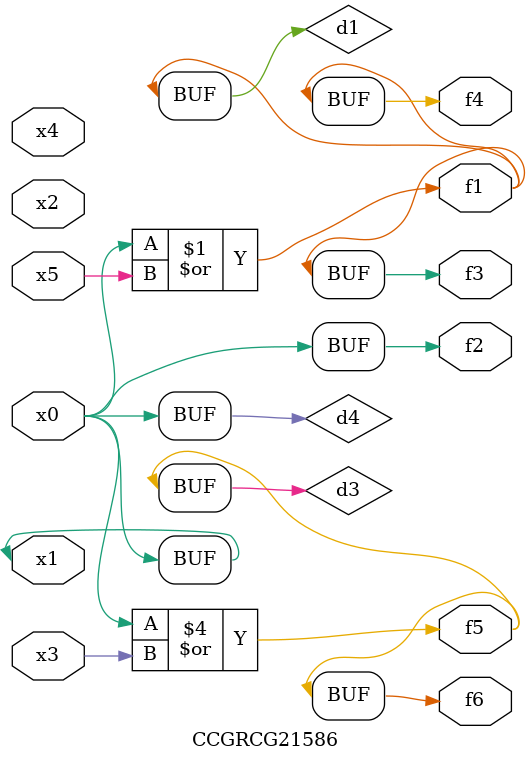
<source format=v>
module CCGRCG21586(
	input x0, x1, x2, x3, x4, x5,
	output f1, f2, f3, f4, f5, f6
);

	wire d1, d2, d3, d4;

	or (d1, x0, x5);
	xnor (d2, x1, x4);
	or (d3, x0, x3);
	buf (d4, x0, x1);
	assign f1 = d1;
	assign f2 = d4;
	assign f3 = d1;
	assign f4 = d1;
	assign f5 = d3;
	assign f6 = d3;
endmodule

</source>
